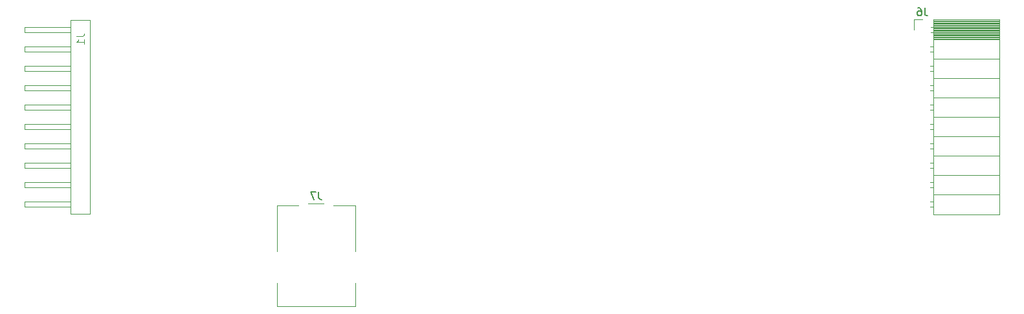
<source format=gbr>
%TF.GenerationSoftware,KiCad,Pcbnew,7.0.9*%
%TF.CreationDate,2024-02-10T01:58:27-05:00*%
%TF.ProjectId,BREAD_Loaf,42524541-445f-44c6-9f61-662e6b696361,rev?*%
%TF.SameCoordinates,PX2fdfdc0PY36746e0*%
%TF.FileFunction,Legend,Bot*%
%TF.FilePolarity,Positive*%
%FSLAX46Y46*%
G04 Gerber Fmt 4.6, Leading zero omitted, Abs format (unit mm)*
G04 Created by KiCad (PCBNEW 7.0.9) date 2024-02-10 01:58:27*
%MOMM*%
%LPD*%
G01*
G04 APERTURE LIST*
%ADD10C,0.150000*%
%ADD11C,0.100000*%
%ADD12C,0.120000*%
G04 APERTURE END LIST*
D10*
X38533333Y-59854819D02*
X38533333Y-60569104D01*
X38533333Y-60569104D02*
X38580952Y-60711961D01*
X38580952Y-60711961D02*
X38676190Y-60807200D01*
X38676190Y-60807200D02*
X38819047Y-60854819D01*
X38819047Y-60854819D02*
X38914285Y-60854819D01*
X38152380Y-59854819D02*
X37485714Y-59854819D01*
X37485714Y-59854819D02*
X37914285Y-60854819D01*
D11*
X6857419Y-39466666D02*
X7571704Y-39466666D01*
X7571704Y-39466666D02*
X7714561Y-39419047D01*
X7714561Y-39419047D02*
X7809800Y-39323809D01*
X7809800Y-39323809D02*
X7857419Y-39180952D01*
X7857419Y-39180952D02*
X7857419Y-39085714D01*
X7857419Y-40466666D02*
X7857419Y-39895238D01*
X7857419Y-40180952D02*
X6857419Y-40180952D01*
X6857419Y-40180952D02*
X7000276Y-40085714D01*
X7000276Y-40085714D02*
X7095514Y-39990476D01*
X7095514Y-39990476D02*
X7143133Y-39895238D01*
D10*
X117833333Y-35754819D02*
X117833333Y-36469104D01*
X117833333Y-36469104D02*
X117880952Y-36611961D01*
X117880952Y-36611961D02*
X117976190Y-36707200D01*
X117976190Y-36707200D02*
X118119047Y-36754819D01*
X118119047Y-36754819D02*
X118214285Y-36754819D01*
X116928571Y-35754819D02*
X117119047Y-35754819D01*
X117119047Y-35754819D02*
X117214285Y-35802438D01*
X117214285Y-35802438D02*
X117261904Y-35850057D01*
X117261904Y-35850057D02*
X117357142Y-35992914D01*
X117357142Y-35992914D02*
X117404761Y-36183390D01*
X117404761Y-36183390D02*
X117404761Y-36564342D01*
X117404761Y-36564342D02*
X117357142Y-36659580D01*
X117357142Y-36659580D02*
X117309523Y-36707200D01*
X117309523Y-36707200D02*
X117214285Y-36754819D01*
X117214285Y-36754819D02*
X117023809Y-36754819D01*
X117023809Y-36754819D02*
X116928571Y-36707200D01*
X116928571Y-36707200D02*
X116880952Y-36659580D01*
X116880952Y-36659580D02*
X116833333Y-36564342D01*
X116833333Y-36564342D02*
X116833333Y-36326247D01*
X116833333Y-36326247D02*
X116880952Y-36231009D01*
X116880952Y-36231009D02*
X116928571Y-36183390D01*
X116928571Y-36183390D02*
X117023809Y-36135771D01*
X117023809Y-36135771D02*
X117214285Y-36135771D01*
X117214285Y-36135771D02*
X117309523Y-36183390D01*
X117309523Y-36183390D02*
X117357142Y-36231009D01*
X117357142Y-36231009D02*
X117404761Y-36326247D01*
D12*
%TO.C,J7*%
X43310000Y-74810000D02*
X43310000Y-71750000D01*
X43310000Y-67650000D02*
X43310000Y-61590000D01*
X43310000Y-61590000D02*
X40500000Y-61590000D01*
X39200000Y-61400000D02*
X37200000Y-61400000D01*
X35900000Y-61590000D02*
X33090000Y-61590000D01*
X33090000Y-74810000D02*
X43310000Y-74810000D01*
X33090000Y-71750000D02*
X33090000Y-74810000D01*
X33090000Y-61590000D02*
X33090000Y-67650000D01*
D11*
%TO.C,J1*%
X6100000Y-37362500D02*
X8600000Y-37362500D01*
X8600000Y-37362500D02*
X8600000Y-62737500D01*
X8600000Y-62737500D02*
X6100000Y-62737500D01*
X6100000Y-62737500D02*
X6100000Y-37362500D01*
X100000Y-38300000D02*
X6100000Y-38300000D01*
X6100000Y-38300000D02*
X6100000Y-38900000D01*
X6100000Y-38900000D02*
X100000Y-38900000D01*
X100000Y-38900000D02*
X100000Y-38300000D01*
X100000Y-40840000D02*
X6100000Y-40840000D01*
X6100000Y-40840000D02*
X6100000Y-41440000D01*
X6100000Y-41440000D02*
X100000Y-41440000D01*
X100000Y-41440000D02*
X100000Y-40840000D01*
X100000Y-43380000D02*
X6100000Y-43380000D01*
X6100000Y-43380000D02*
X6100000Y-43980000D01*
X6100000Y-43980000D02*
X100000Y-43980000D01*
X100000Y-43980000D02*
X100000Y-43380000D01*
X100000Y-45920000D02*
X6100000Y-45920000D01*
X6100000Y-45920000D02*
X6100000Y-46520000D01*
X6100000Y-46520000D02*
X100000Y-46520000D01*
X100000Y-46520000D02*
X100000Y-45920000D01*
X100000Y-48460000D02*
X6100000Y-48460000D01*
X6100000Y-48460000D02*
X6100000Y-49060000D01*
X6100000Y-49060000D02*
X100000Y-49060000D01*
X100000Y-49060000D02*
X100000Y-48460000D01*
X100000Y-51000000D02*
X6100000Y-51000000D01*
X6100000Y-51000000D02*
X6100000Y-51600000D01*
X6100000Y-51600000D02*
X100000Y-51600000D01*
X100000Y-51600000D02*
X100000Y-51000000D01*
X100000Y-53540000D02*
X6100000Y-53540000D01*
X6100000Y-53540000D02*
X6100000Y-54140000D01*
X6100000Y-54140000D02*
X100000Y-54140000D01*
X100000Y-54140000D02*
X100000Y-53540000D01*
X100000Y-56080000D02*
X6100000Y-56080000D01*
X6100000Y-56080000D02*
X6100000Y-56680000D01*
X6100000Y-56680000D02*
X100000Y-56680000D01*
X100000Y-56680000D02*
X100000Y-56080000D01*
X100000Y-58620000D02*
X6100000Y-58620000D01*
X6100000Y-58620000D02*
X6100000Y-59220000D01*
X6100000Y-59220000D02*
X100000Y-59220000D01*
X100000Y-59220000D02*
X100000Y-58620000D01*
X100000Y-61160000D02*
X6100000Y-61160000D01*
X6100000Y-61160000D02*
X6100000Y-61760000D01*
X6100000Y-61760000D02*
X100000Y-61760000D01*
X100000Y-61760000D02*
X100000Y-61160000D01*
D12*
%TO.C,J6*%
X127590000Y-62790000D02*
X118960000Y-62790000D01*
X127590000Y-60190000D02*
X118960000Y-60190000D01*
X127590000Y-57650000D02*
X118960000Y-57650000D01*
X127590000Y-55110000D02*
X118960000Y-55110000D01*
X127590000Y-52570000D02*
X118960000Y-52570000D01*
X127590000Y-50030000D02*
X118960000Y-50030000D01*
X127590000Y-47490000D02*
X118960000Y-47490000D01*
X127590000Y-44950000D02*
X118960000Y-44950000D01*
X127590000Y-42410000D02*
X118960000Y-42410000D01*
X127590000Y-39870000D02*
X118960000Y-39870000D01*
X127590000Y-39751900D02*
X118960000Y-39751900D01*
X127590000Y-39633805D02*
X118960000Y-39633805D01*
X127590000Y-39515710D02*
X118960000Y-39515710D01*
X127590000Y-39397615D02*
X118960000Y-39397615D01*
X127590000Y-39279520D02*
X118960000Y-39279520D01*
X127590000Y-39161425D02*
X118960000Y-39161425D01*
X127590000Y-39043330D02*
X118960000Y-39043330D01*
X127590000Y-38925235D02*
X118960000Y-38925235D01*
X127590000Y-38807140D02*
X118960000Y-38807140D01*
X127590000Y-38689045D02*
X118960000Y-38689045D01*
X127590000Y-38570950D02*
X118960000Y-38570950D01*
X127590000Y-38452855D02*
X118960000Y-38452855D01*
X127590000Y-38334760D02*
X118960000Y-38334760D01*
X127590000Y-38216665D02*
X118960000Y-38216665D01*
X127590000Y-38098570D02*
X118960000Y-38098570D01*
X127590000Y-37980475D02*
X118960000Y-37980475D01*
X127590000Y-37862380D02*
X118960000Y-37862380D01*
X127590000Y-37744285D02*
X118960000Y-37744285D01*
X127590000Y-37626190D02*
X118960000Y-37626190D01*
X127590000Y-37508095D02*
X118960000Y-37508095D01*
X127590000Y-37390000D02*
X118960000Y-37390000D01*
X127590000Y-37270000D02*
X127590000Y-62790000D01*
X127590000Y-37270000D02*
X118960000Y-37270000D01*
X118960000Y-61820000D02*
X118550000Y-61820000D01*
X118960000Y-61100000D02*
X118550000Y-61100000D01*
X118960000Y-59280000D02*
X118550000Y-59280000D01*
X118960000Y-58560000D02*
X118550000Y-58560000D01*
X118960000Y-56740000D02*
X118550000Y-56740000D01*
X118960000Y-56020000D02*
X118550000Y-56020000D01*
X118960000Y-54200000D02*
X118550000Y-54200000D01*
X118960000Y-53480000D02*
X118550000Y-53480000D01*
X118960000Y-51660000D02*
X118550000Y-51660000D01*
X118960000Y-50940000D02*
X118550000Y-50940000D01*
X118960000Y-49120000D02*
X118550000Y-49120000D01*
X118960000Y-48400000D02*
X118550000Y-48400000D01*
X118960000Y-46580000D02*
X118550000Y-46580000D01*
X118960000Y-45860000D02*
X118550000Y-45860000D01*
X118960000Y-44040000D02*
X118550000Y-44040000D01*
X118960000Y-43320000D02*
X118550000Y-43320000D01*
X118960000Y-41500000D02*
X118550000Y-41500000D01*
X118960000Y-40780000D02*
X118550000Y-40780000D01*
X118960000Y-38960000D02*
X118610000Y-38960000D01*
X118960000Y-38240000D02*
X118610000Y-38240000D01*
X118960000Y-37270000D02*
X118960000Y-62790000D01*
X117500000Y-37270000D02*
X116390000Y-37270000D01*
X116390000Y-37270000D02*
X116390000Y-38600000D01*
%TD*%
M02*

</source>
